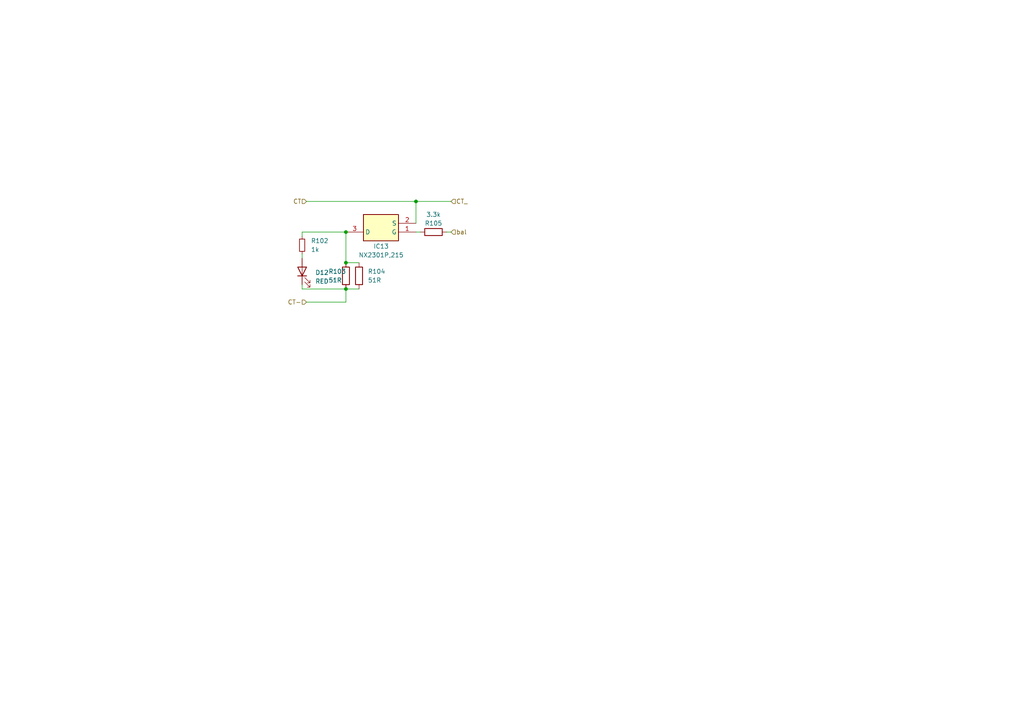
<source format=kicad_sch>
(kicad_sch (version 20250114) (generator "eeschema") (generator_version "9.0")
  (paper "A4")
  (lib_symbols
    (symbol "Device:LED" (pin_numbers (hide yes)) (pin_names (offset 1.016) (hide yes))
      (property "Reference" "D" (at 0 2.54 0))
      (property "Value" "LED" (at 0 -2.54 0))
      (symbol "LED_0_1"
        (polyline (pts (xy -3.048 -0.762) (xy -4.572 -2.286) (xy -3.81 -2.286) (xy -4.572 -2.286) (xy -4.572 -1.524)))
        (polyline (pts (xy -1.778 -0.762) (xy -3.302 -2.286) (xy -2.54 -2.286) (xy -3.302 -2.286) (xy -3.302 -1.524)))
        (polyline (pts (xy -1.27 0) (xy 1.27 0)))
        (polyline (pts (xy -1.27 -1.27) (xy -1.27 1.27)) (stroke (width 0.254)))
        (polyline (pts (xy 1.27 -1.27) (xy 1.27 1.27) (xy -1.27 0) (xy 1.27 -1.27)) (stroke (width 0.254)))
      )
      (symbol "LED_1_1"
        (pin passive line (at -3.81 0 0) (length 2.54) (name "K") (number "1"))
        (pin passive line (at 3.81 0 180) (length 2.54) (name "A") (number "2"))
      )
    )
    (symbol "Device:R" (pin_numbers (hide yes)) (pin_names (offset 0))
      (property "Reference" "R" (at 2.032 0 90))
      (property "Value" "R" (at 0 0 90))
      (symbol "R_0_1"
        (rectangle (start -1.016 -2.54) (end 1.016 2.54) (stroke (width 0.254)))
      )
      (symbol "R_1_1"
        (pin passive line (at 0 3.81 270) (length 1.27) (name "~") (number "1"))
        (pin passive line (at 0 -3.81 90) (length 1.27) (name "~") (number "2"))
      )
    )
    (symbol "Device:R_Small" (pin_numbers (hide yes)) (pin_names (offset 0.254) (hide yes))
      (property "Reference" "R" (at 0.762 0.508 0))
      (property "Value" "R_Small" (at 0.762 -1.016 0))
      (symbol "R_Small_0_1"
        (rectangle (start -0.762 1.778) (end 0.762 -1.778) (stroke (width 0.2032)))
      )
      (symbol "R_Small_1_1"
        (pin passive line (at 0 2.54 270) (length 0.762) (name "~") (number "1"))
        (pin passive line (at 0 -2.54 90) (length 0.762) (name "~") (number "2"))
      )
    )
    (symbol "SamacSys_Parts:NX2301P,215"
      (property "Reference" "IC" (at 16.51 7.62 0))
      (property "Value" "NX2301P,215" (at 16.51 5.08 0))
      (symbol "NX2301P,215_1_1"
        (rectangle (start 5.08 2.54) (end 15.24 -5.08) (stroke (width 0.254)) (fill (type background)))
        (pin passive line (at 0 0 0) (length 5.08) (name "G") (number "1"))
        (pin passive line (at 0 -2.54 0) (length 5.08) (name "S") (number "2"))
        (pin passive line (at 20.32 0 180) (length 5.08) (name "D") (number "3"))
      )
    )
  )
  (junction (at 100.33 76.2))
  (junction (at 100.33 67.31))
  (junction (at 120.65 58.42))
  (junction (at 100.33 83.82))
  (wire (pts (xy 100.33 76.2) (xy 104.14 76.2)))
  (wire (pts (xy 88.9 58.42) (xy 120.65 58.42)))
  (wire (pts (xy 87.63 67.31) (xy 87.63 68.58)))
  (wire (pts (xy 121.92 67.31) (xy 120.65 67.31)))
  (wire (pts (xy 129.54 67.31) (xy 130.81 67.31)))
  (wire (pts (xy 120.65 58.42) (xy 130.81 58.42)))
  (wire (pts (xy 87.63 82.55) (xy 87.63 83.82)))
  (wire (pts (xy 87.63 73.66) (xy 87.63 74.93)))
  (wire (pts (xy 120.65 64.77) (xy 120.65 58.42)))
  (wire (pts (xy 87.63 83.82) (xy 100.33 83.82)))
  (wire (pts (xy 100.33 83.82) (xy 104.14 83.82)))
  (wire (pts (xy 87.63 67.31) (xy 100.33 67.31)))
  (wire (pts (xy 100.33 67.31) (xy 100.33 76.2)))
  (wire (pts (xy 100.33 83.82) (xy 100.33 87.63)))
  (wire (pts (xy 88.9 87.63) (xy 100.33 87.63)))
  (hierarchical_label "CT" (shape input) (at 88.9 58.42 180))
  (hierarchical_label "bal" (shape input) (at 130.81 67.31 0))
  (hierarchical_label "CT_" (shape input) (at 130.81 58.42 0))
  (hierarchical_label "CT-" (shape input) (at 88.9 87.63 180))
  (symbol (lib_id "Device:R_Small") (at 87.63 71.12 0) (unit 1)
    (property "Reference" "R52" (at 90.17 69.8499 0) (effects (justify left)))
    (property "Value" "1k" (at 90.17 72.3899 0) (effects (justify left)))
    (property "Footprint" "Resistor_SMD:R_0402_1005Metric" (effects (hide yes)))
    (property "Description" "Resistor, small symbol" (effects (hide yes)))
    (instances (project "BMS_Slave_V1(ADBMS1818)" (path "" (reference "R102") (unit 1)) (path "" (reference "R52") (unit 1)) (path "" (reference "R66") (unit 1)) (path "" (reference "R71") (unit 1)) (path "" (reference "R76") (unit 1)) (path "" (reference "R91") (unit 1)) (path "" (reference "R97") (unit 1)) (path "" (reference "R81") (unit 1)) (path "" (reference "R56") (unit 1)) (path "" (reference "R118") (unit 1)) (path "" (reference "R61") (unit 1)) (path "" (reference "R86") (unit 1)) (path "" (reference "R114") (unit 1)) (path "" (reference "R110") (unit 1)) (path "" (reference "R106") (unit 1))))
  )
  (symbol (lib_id "Device:R") (at 100.33 80.01 180) (unit 1)
    (property "Reference" "R53" (at 95.25 78.74 0) (effects (justify right)))
    (property "Value" "51R" (at 95.25 81.28 0) (effects (justify right)))
    (property "Footprint" "Resistor_SMD:R_2512_6332Metric" (effects (hide yes)))
    (instances (project "BMS_Slave_V1(ADBMS1818)" (path "" (reference "R103") (unit 1)) (path "" (reference "R53") (unit 1)) (path "" (reference "R67") (unit 1)) (path "" (reference "R72") (unit 1)) (path "" (reference "R77") (unit 1)) (path "" (reference "R92") (unit 1)) (path "" (reference "R98") (unit 1)) (path "" (reference "R82") (unit 1)) (path "" (reference "R57") (unit 1)) (path "" (reference "R119") (unit 1)) (path "" (reference "R62") (unit 1)) (path "" (reference "R87") (unit 1)) (path "" (reference "R115") (unit 1)) (path "" (reference "R111") (unit 1)) (path "" (reference "R107") (unit 1))))
  )
  (symbol (lib_id "Device:R") (at 125.73 67.31 270) (unit 1)
    (property "Reference" "R55" (at 125.73 64.77 90))
    (property "Value" "3.3k" (at 125.73 62.23 90))
    (property "Footprint" "Resistor_SMD:R_0402_1005Metric" (effects (hide yes)))
    (instances (project "BMS_Slave_V1(ADBMS1818)" (path "" (reference "R105") (unit 1)) (path "" (reference "R55") (unit 1)) (path "" (reference "R69") (unit 1)) (path "" (reference "R74") (unit 1)) (path "" (reference "R79") (unit 1)) (path "" (reference "R94") (unit 1)) (path "" (reference "R100") (unit 1)) (path "" (reference "R84") (unit 1)) (path "" (reference "R59") (unit 1)) (path "" (reference "R121") (unit 1)) (path "" (reference "R64") (unit 1)) (path "" (reference "R89") (unit 1)) (path "" (reference "R117") (unit 1)) (path "" (reference "R113") (unit 1)) (path "" (reference "R109") (unit 1))))
  )
  (symbol (lib_id "SamacSys_Parts:NX2301P,215") (at 120.65 67.31 180) (unit 1)
    (property "Reference" "IC3" (at 110.547 71.4437 0))
    (property "Value" "NX2301P,215" (at 110.547 73.9837 0))
    (property "Footprint" "Package_TO_SOT_SMD:SOT-23" (effects (hide yes)))
    (property "Datasheet" "https://assets.nexperia.com/documents/data-sheet/NX2301P.pdf" (effects (hide yes)))
    (property "Height" "1.1" (effects (hide yes)))
    (property "Mouser Part Number" "771-NX2301P215" (effects (hide yes)))
    (property "Mouser Price/Stock" "https://www.mouser.co.uk/ProductDetail/Nexperia/NX2301P215?qs=A1cBxND5mHKs%252BLrxCDENxw%3D%3D" (effects (hide yes)))
    (property "Manufacturer_Name" "Nexperia" (effects (hide yes)))
    (property "Manufacturer_Part_Number" "NX2301P,215" (effects (hide yes)))
    (instances (project "BMS_Slave_V1(ADBMS1818)" (path "" (reference "IC13") (unit 1)) (path "" (reference "IC3") (unit 1)) (path "" (reference "IC6") (unit 1)) (path "" (reference "IC7") (unit 1)) (path "" (reference "IC8") (unit 1)) (path "" (reference "IC11") (unit 1)) (path "" (reference "IC12") (unit 1)) (path "" (reference "IC9") (unit 1)) (path "" (reference "IC4") (unit 1)) (path "" (reference "IC17") (unit 1)) (path "" (reference "IC5") (unit 1)) (path "" (reference "IC10") (unit 1)) (path "" (reference "IC16") (unit 1)) (path "" (reference "IC15") (unit 1)) (path "" (reference "IC14") (unit 1))))
  )
  (symbol (lib_id "Device:R") (at 104.14 80.01 180) (unit 1)
    (property "Reference" "R54" (at 106.68 78.74 0) (effects (justify right)))
    (property "Value" "51R" (at 106.68 81.28 0) (effects (justify right)))
    (property "Footprint" "Resistor_SMD:R_2512_6332Metric" (effects (hide yes)))
    (instances (project "BMS_Slave_V1(ADBMS1818)" (path "" (reference "R104") (unit 1)) (path "" (reference "R54") (unit 1)) (path "" (reference "R68") (unit 1)) (path "" (reference "R73") (unit 1)) (path "" (reference "R78") (unit 1)) (path "" (reference "R93") (unit 1)) (path "" (reference "R99") (unit 1)) (path "" (reference "R83") (unit 1)) (path "" (reference "R58") (unit 1)) (path "" (reference "R120") (unit 1)) (path "" (reference "R63") (unit 1)) (path "" (reference "R88") (unit 1)) (path "" (reference "R116") (unit 1)) (path "" (reference "R112") (unit 1)) (path "" (reference "R108") (unit 1))))
  )
  (symbol (lib_id "Device:LED") (at 87.63 78.74 90) (unit 1)
    (property "Reference" "D2" (at 91.44 79.0574 90) (effects (justify right)))
    (property "Value" "RED" (at 91.44 81.5974 90) (effects (justify right)))
    (property "Footprint" "LED_SMD:LED_0603_1608Metric" (effects (hide yes)))
    (property "Description" "Light emitting diode" (effects (hide yes)))
    (instances (project "BMS_Slave_V1(ADBMS1818)" (path "" (reference "D12") (unit 1)) (path "" (reference "D2") (unit 1)) (path "" (reference "D5") (unit 1)) (path "" (reference "D6") (unit 1)) (path "" (reference "D7") (unit 1)) (path "" (reference "D10") (unit 1)) (path "" (reference "D11") (unit 1)) (path "" (reference "D8") (unit 1)) (path "" (reference "D3") (unit 1)) (path "" (reference "D16") (unit 1)) (path "" (reference "D4") (unit 1)) (path "" (reference "D9") (unit 1)) (path "" (reference "D15") (unit 1)) (path "" (reference "D14") (unit 1)) (path "" (reference "D13") (unit 1))))
  )
)
</source>
